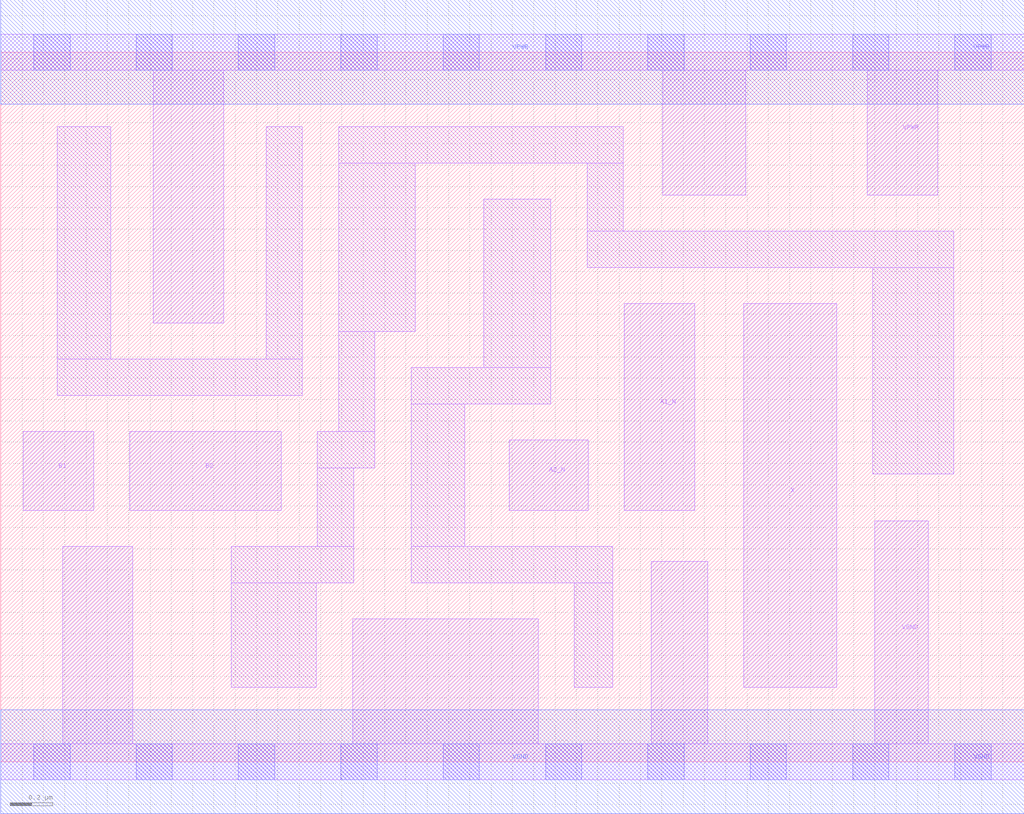
<source format=lef>
# Copyright 2020 The SkyWater PDK Authors
#
# Licensed under the Apache License, Version 2.0 (the "License");
# you may not use this file except in compliance with the License.
# You may obtain a copy of the License at
#
#     https://www.apache.org/licenses/LICENSE-2.0
#
# Unless required by applicable law or agreed to in writing, software
# distributed under the License is distributed on an "AS IS" BASIS,
# WITHOUT WARRANTIES OR CONDITIONS OF ANY KIND, either express or implied.
# See the License for the specific language governing permissions and
# limitations under the License.
#
# SPDX-License-Identifier: Apache-2.0

VERSION 5.7 ;
  NAMESCASESENSITIVE ON ;
  NOWIREEXTENSIONATPIN ON ;
  DIVIDERCHAR "/" ;
  BUSBITCHARS "[]" ;
UNITS
  DATABASE MICRONS 200 ;
END UNITS
MACRO sky130_fd_sc_ls__a2bb2o_2
  CLASS CORE ;
  SOURCE USER ;
  FOREIGN sky130_fd_sc_ls__a2bb2o_2 ;
  ORIGIN  0.000000  0.000000 ;
  SIZE  4.800000 BY  3.330000 ;
  SYMMETRY X Y ;
  SITE unit ;
  PIN A1_N
    ANTENNAGATEAREA  0.232500 ;
    DIRECTION INPUT ;
    USE SIGNAL ;
    PORT
      LAYER li1 ;
        RECT 2.925000 1.180000 3.255000 2.150000 ;
    END
  END A1_N
  PIN A2_N
    ANTENNAGATEAREA  0.232500 ;
    DIRECTION INPUT ;
    USE SIGNAL ;
    PORT
      LAYER li1 ;
        RECT 2.385000 1.180000 2.755000 1.510000 ;
    END
  END A2_N
  PIN B1
    ANTENNAGATEAREA  0.261000 ;
    DIRECTION INPUT ;
    USE SIGNAL ;
    PORT
      LAYER li1 ;
        RECT 0.105000 1.180000 0.435000 1.550000 ;
    END
  END B1
  PIN B2
    ANTENNAGATEAREA  0.261000 ;
    DIRECTION INPUT ;
    USE SIGNAL ;
    PORT
      LAYER li1 ;
        RECT 0.605000 1.180000 1.315000 1.550000 ;
    END
  END B2
  PIN X
    ANTENNADIFFAREA  0.543200 ;
    DIRECTION OUTPUT ;
    USE SIGNAL ;
    PORT
      LAYER li1 ;
        RECT 3.485000 0.350000 3.920000 2.150000 ;
    END
  END X
  PIN VGND
    DIRECTION INOUT ;
    SHAPE ABUTMENT ;
    USE GROUND ;
    PORT
      LAYER li1 ;
        RECT 0.000000 -0.085000 4.800000 0.085000 ;
        RECT 0.290000  0.085000 0.620000 1.010000 ;
        RECT 1.650000  0.085000 2.520000 0.670000 ;
        RECT 3.050000  0.085000 3.315000 0.940000 ;
        RECT 4.100000  0.085000 4.350000 1.130000 ;
      LAYER mcon ;
        RECT 0.155000 -0.085000 0.325000 0.085000 ;
        RECT 0.635000 -0.085000 0.805000 0.085000 ;
        RECT 1.115000 -0.085000 1.285000 0.085000 ;
        RECT 1.595000 -0.085000 1.765000 0.085000 ;
        RECT 2.075000 -0.085000 2.245000 0.085000 ;
        RECT 2.555000 -0.085000 2.725000 0.085000 ;
        RECT 3.035000 -0.085000 3.205000 0.085000 ;
        RECT 3.515000 -0.085000 3.685000 0.085000 ;
        RECT 3.995000 -0.085000 4.165000 0.085000 ;
        RECT 4.475000 -0.085000 4.645000 0.085000 ;
      LAYER met1 ;
        RECT 0.000000 -0.245000 4.800000 0.245000 ;
    END
  END VGND
  PIN VPWR
    DIRECTION INOUT ;
    SHAPE ABUTMENT ;
    USE POWER ;
    PORT
      LAYER li1 ;
        RECT 0.000000 3.245000 4.800000 3.415000 ;
        RECT 0.715000 2.060000 1.045000 3.245000 ;
        RECT 3.105000 2.660000 3.495000 3.245000 ;
        RECT 4.065000 2.660000 4.395000 3.245000 ;
      LAYER mcon ;
        RECT 0.155000 3.245000 0.325000 3.415000 ;
        RECT 0.635000 3.245000 0.805000 3.415000 ;
        RECT 1.115000 3.245000 1.285000 3.415000 ;
        RECT 1.595000 3.245000 1.765000 3.415000 ;
        RECT 2.075000 3.245000 2.245000 3.415000 ;
        RECT 2.555000 3.245000 2.725000 3.415000 ;
        RECT 3.035000 3.245000 3.205000 3.415000 ;
        RECT 3.515000 3.245000 3.685000 3.415000 ;
        RECT 3.995000 3.245000 4.165000 3.415000 ;
        RECT 4.475000 3.245000 4.645000 3.415000 ;
      LAYER met1 ;
        RECT 0.000000 3.085000 4.800000 3.575000 ;
    END
  END VPWR
  OBS
    LAYER li1 ;
      RECT 0.265000 1.720000 1.415000 1.890000 ;
      RECT 0.265000 1.890000 0.515000 2.980000 ;
      RECT 1.080000 0.350000 1.480000 0.840000 ;
      RECT 1.080000 0.840000 1.655000 1.010000 ;
      RECT 1.245000 1.890000 1.415000 2.980000 ;
      RECT 1.485000 1.010000 1.655000 1.380000 ;
      RECT 1.485000 1.380000 1.755000 1.550000 ;
      RECT 1.585000 1.550000 1.755000 2.020000 ;
      RECT 1.585000 2.020000 1.945000 2.810000 ;
      RECT 1.585000 2.810000 2.920000 2.980000 ;
      RECT 1.925000 0.840000 2.870000 1.010000 ;
      RECT 1.925000 1.010000 2.175000 1.680000 ;
      RECT 1.925000 1.680000 2.580000 1.850000 ;
      RECT 2.265000 1.850000 2.580000 2.640000 ;
      RECT 2.690000 0.350000 2.870000 0.840000 ;
      RECT 2.750000 2.320000 4.470000 2.490000 ;
      RECT 2.750000 2.490000 2.920000 2.810000 ;
      RECT 4.090000 1.350000 4.470000 2.320000 ;
  END
END sky130_fd_sc_ls__a2bb2o_2

</source>
